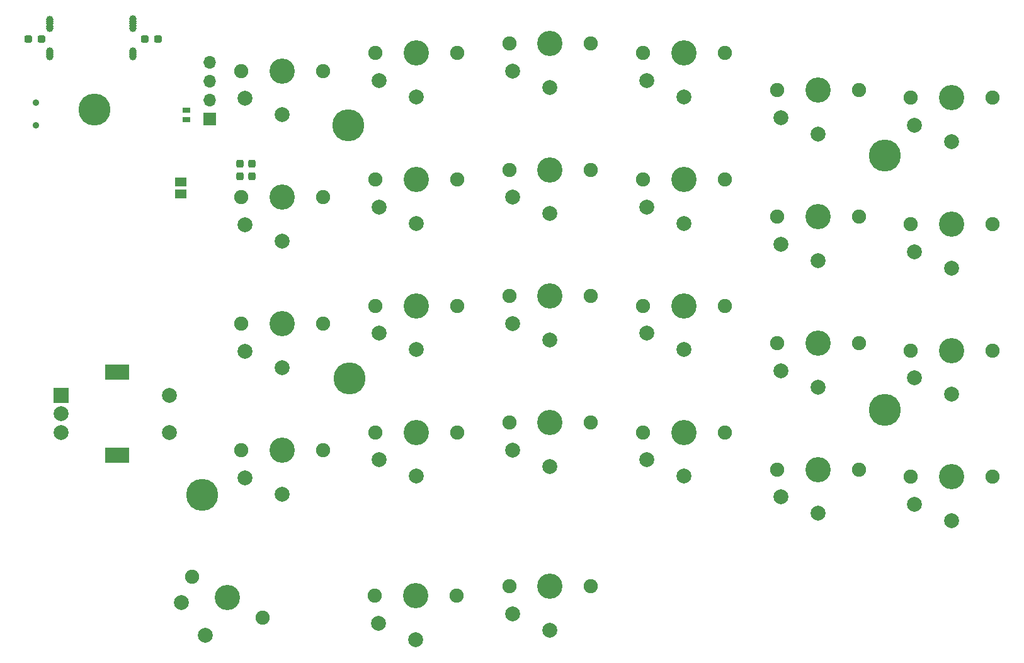
<source format=gts>
G04 #@! TF.GenerationSoftware,KiCad,Pcbnew,(5.99.0-8557-g8988e46ab1)*
G04 #@! TF.CreationDate,2021-01-24T23:22:25-07:00*
G04 #@! TF.ProjectId,BlueSof,426c7565-536f-4662-9e6b-696361645f70,rev?*
G04 #@! TF.SameCoordinates,PX85099e0PY51bada0*
G04 #@! TF.FileFunction,Soldermask,Top*
G04 #@! TF.FilePolarity,Negative*
%FSLAX46Y46*%
G04 Gerber Fmt 4.6, Leading zero omitted, Abs format (unit mm)*
G04 Created by KiCad (PCBNEW (5.99.0-8557-g8988e46ab1)) date 2021-01-24 23:22:25*
%MOMM*%
%LPD*%
G01*
G04 APERTURE LIST*
G04 Aperture macros list*
%AMRoundRect*
0 Rectangle with rounded corners*
0 $1 Rounding radius*
0 $2 $3 $4 $5 $6 $7 $8 $9 X,Y pos of 4 corners*
0 Add a 4 corners polygon primitive as box body*
4,1,4,$2,$3,$4,$5,$6,$7,$8,$9,$2,$3,0*
0 Add four circle primitives for the rounded corners*
1,1,$1+$1,$2,$3*
1,1,$1+$1,$4,$5*
1,1,$1+$1,$6,$7*
1,1,$1+$1,$8,$9*
0 Add four rect primitives between the rounded corners*
20,1,$1+$1,$2,$3,$4,$5,0*
20,1,$1+$1,$4,$5,$6,$7,0*
20,1,$1+$1,$6,$7,$8,$9,0*
20,1,$1+$1,$8,$9,$2,$3,0*%
G04 Aperture macros list end*
%ADD10C,1.900000*%
%ADD11C,3.400000*%
%ADD12C,2.000000*%
%ADD13RoundRect,0.237500X0.237500X-0.300000X0.237500X0.300000X-0.237500X0.300000X-0.237500X-0.300000X0*%
%ADD14RoundRect,0.237500X0.287500X0.237500X-0.287500X0.237500X-0.287500X-0.237500X0.287500X-0.237500X0*%
%ADD15R,2.000000X2.000000*%
%ADD16R,3.200000X2.000000*%
%ADD17C,4.300000*%
%ADD18C,1.000000*%
%ADD19R,1.700000X1.700000*%
%ADD20O,1.700000X1.700000*%
%ADD21R,1.000000X0.650000*%
%ADD22R,1.550000X1.200000*%
%ADD23C,0.900000*%
G04 APERTURE END LIST*
D10*
X-23500000Y31600000D03*
X-12500000Y31600000D03*
D11*
X-18000000Y31600000D03*
D12*
X-23000000Y27900000D03*
X-18000000Y25700000D03*
D10*
X-5500000Y34000000D03*
D11*
X0Y34000000D03*
D10*
X5500000Y34000000D03*
D12*
X-5000000Y30300000D03*
X0Y28100000D03*
D10*
X41500000Y34000000D03*
D11*
X36000000Y34000000D03*
D10*
X30500000Y34000000D03*
D12*
X31000000Y30300000D03*
X36000000Y28100000D03*
D10*
X59500000Y29000000D03*
D11*
X54000000Y29000000D03*
D10*
X48500000Y29000000D03*
D12*
X49000000Y25300000D03*
X54000000Y23100000D03*
D10*
X66500000Y28000000D03*
D11*
X72000000Y28000000D03*
D10*
X77500000Y28000000D03*
D12*
X67000000Y24300000D03*
X72000000Y22100000D03*
D11*
X-18000000Y14600000D03*
D10*
X-23500000Y14600000D03*
X-12500000Y14600000D03*
D12*
X-23000000Y10900000D03*
X-18000000Y8700000D03*
D11*
X0Y17000000D03*
D10*
X5500000Y17000000D03*
X-5500000Y17000000D03*
D12*
X-5000000Y13300000D03*
X0Y11100000D03*
D10*
X23500000Y18300000D03*
D11*
X18000000Y18300000D03*
D10*
X12500000Y18300000D03*
D12*
X13000000Y14600000D03*
X18000000Y12400000D03*
D11*
X36000000Y17000000D03*
D10*
X30500000Y17000000D03*
X41500000Y17000000D03*
D12*
X31000000Y13300000D03*
X36000000Y11100000D03*
D10*
X77500000Y11000000D03*
D11*
X72000000Y11000000D03*
D10*
X66500000Y11000000D03*
D12*
X67000000Y7300000D03*
X72000000Y5100000D03*
D10*
X-5500000Y0D03*
X5500000Y0D03*
D11*
X0Y0D03*
D12*
X-5000000Y-3700000D03*
X0Y-5900000D03*
D11*
X18000000Y1300000D03*
D10*
X12500000Y1300000D03*
X23500000Y1300000D03*
D12*
X13000000Y-2400000D03*
X18000000Y-4600000D03*
D10*
X41500000Y0D03*
X30500000Y0D03*
D11*
X36000000Y0D03*
D12*
X31000000Y-3700000D03*
X36000000Y-5900000D03*
D10*
X59500000Y-5000000D03*
D11*
X54000000Y-5000000D03*
D10*
X48500000Y-5000000D03*
D12*
X49000000Y-8700000D03*
X54000000Y-10900000D03*
D10*
X-23500000Y-19400000D03*
X-12500000Y-19400000D03*
D11*
X-18000000Y-19400000D03*
D12*
X-23000000Y-23100000D03*
X-18000000Y-25300000D03*
D10*
X12500000Y-15700000D03*
D11*
X18000000Y-15700000D03*
D10*
X23500000Y-15700000D03*
D12*
X13000000Y-19400000D03*
X18000000Y-21600000D03*
D11*
X36000000Y-17000000D03*
D10*
X30500000Y-17000000D03*
X41500000Y-17000000D03*
D12*
X31000000Y-20700000D03*
X36000000Y-22900000D03*
D10*
X59500000Y-22000000D03*
D11*
X54000000Y-22000000D03*
D10*
X48500000Y-22000000D03*
D12*
X49000000Y-25700000D03*
X54000000Y-27900000D03*
D10*
X77500000Y-23000000D03*
X66500000Y-23000000D03*
D11*
X72000000Y-23000000D03*
D12*
X67000000Y-26700000D03*
X72000000Y-28900000D03*
D10*
X-23500000Y-2400000D03*
D11*
X-18000000Y-2400000D03*
D10*
X-12500000Y-2400000D03*
D12*
X-23000000Y-6100000D03*
X-18000000Y-8300000D03*
D11*
X54000000Y12000000D03*
D10*
X48500000Y12000000D03*
X59500000Y12000000D03*
D12*
X49000000Y8300000D03*
X54000000Y6100000D03*
D10*
X77500000Y-6000000D03*
X66500000Y-6000000D03*
D11*
X72000000Y-6000000D03*
D12*
X67000000Y-9700000D03*
X72000000Y-11900000D03*
D10*
X12500000Y-37700000D03*
D11*
X18000000Y-37700000D03*
D10*
X23500000Y-37700000D03*
D12*
X13000000Y-41400000D03*
X18000000Y-43600000D03*
D10*
X12500000Y35300000D03*
D11*
X18000000Y35300000D03*
D10*
X23500000Y35300000D03*
D12*
X13000000Y31600000D03*
X18000000Y29400000D03*
D10*
X5500000Y-17000000D03*
X-5500000Y-17000000D03*
D11*
X0Y-17000000D03*
D12*
X-5000000Y-20700000D03*
X0Y-22900000D03*
D13*
X-22100000Y17387500D03*
X-22100000Y19112500D03*
X-23737500Y17387500D03*
X-23737500Y19112500D03*
D14*
X-50400000Y35875000D03*
X-52150000Y35875000D03*
D10*
X-20636860Y-41950000D03*
X-30163140Y-36450000D03*
D11*
X-25400000Y-39200000D03*
D12*
X-31580127Y-39904294D03*
X-28350000Y-44309550D03*
D14*
X-34700000Y35900000D03*
X-36450000Y35900000D03*
D15*
X-47700000Y-12000000D03*
D12*
X-47700000Y-17000000D03*
X-47700000Y-14500000D03*
D16*
X-40200000Y-8900000D03*
X-40200000Y-20100000D03*
D12*
X-33200000Y-17000000D03*
X-33200000Y-12000000D03*
D10*
X5400000Y-39000000D03*
D11*
X-100000Y-39000000D03*
D10*
X-5600000Y-39000000D03*
D12*
X-5100000Y-42700000D03*
X-100000Y-44900000D03*
D17*
X63000000Y20175000D03*
X-43275000Y26400000D03*
X-9100000Y24275000D03*
X-9000000Y-9725000D03*
X-28775000Y-25400000D03*
X63000000Y-14025000D03*
D18*
X-49275300Y37319900D03*
X-38124700Y37332600D03*
X-49275600Y34306000D03*
X-38124700Y33789300D03*
X-38125000Y33544000D03*
X-49275000Y38539100D03*
X-38124700Y37967600D03*
X-49275600Y34043300D03*
X-38125000Y34306000D03*
X-49275300Y38259700D03*
X-49275300Y33789300D03*
X-38124400Y38551800D03*
X-49275600Y33544000D03*
X-38124700Y38272400D03*
X-38125000Y34043300D03*
X-38124700Y37624700D03*
X-49275300Y37954900D03*
X-49275300Y37612000D03*
D19*
X-27775000Y25100000D03*
D20*
X-27775000Y27640000D03*
X-27775000Y30180000D03*
X-27775000Y32720000D03*
D21*
X-30880045Y25032000D03*
X-30880045Y26302000D03*
D22*
X-31675000Y16650000D03*
X-31675000Y15050000D03*
D23*
X-51125000Y27300000D03*
X-51125000Y24300000D03*
M02*

</source>
